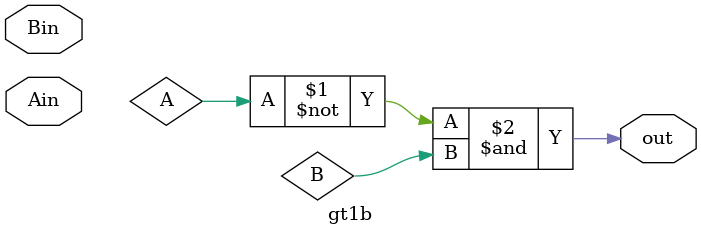
<source format=v>
module gt1b(out, Ain, Bin);
    output wire out;
    input wire Ain, Bin;

    assign out = ~A & B;
endmodule
</source>
